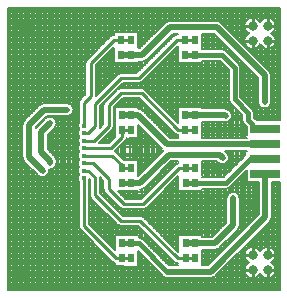
<source format=gbl>
%FSLAX25Y25*%
%MOIN*%
G70*
G01*
G75*
G04 Layer_Physical_Order=3*
%ADD10C,0.01000*%
%ADD11R,0.02800X0.01500*%
%ADD12R,0.03150X0.03150*%
%ADD13R,0.03150X0.03150*%
%ADD14R,0.02300X0.03000*%
%ADD15R,0.05906X0.02362*%
%ADD16R,0.10000X0.03000*%
%ADD17C,0.02000*%
%ADD18C,0.01500*%
%ADD19C,0.03150*%
%ADD20C,0.03150*%
%ADD21C,0.02000*%
%ADD22C,0.01600*%
%ADD23C,0.05000*%
%ADD24C,0.00800*%
%ADD25C,0.01200*%
D10*
X146000Y476500D02*
X158700Y489200D01*
X127800Y468300D02*
X130000Y470500D01*
X127800Y460700D02*
Y468300D01*
X130000Y470500D02*
Y481500D01*
X137700Y489200D01*
X143600D01*
X131200Y455700D02*
X136000Y460500D01*
Y467500D01*
X140000Y471500D01*
X147000D01*
X159300Y459200D01*
X127800Y455700D02*
X131200D01*
X159300Y459200D02*
X164800D01*
X136700Y453200D02*
X140500Y457000D01*
X127800Y453200D02*
X136700D01*
X140500Y457000D02*
Y459200D01*
X143600D01*
X129200Y458200D02*
X131500Y460500D01*
Y468000D01*
X140000Y476500D01*
X127700Y458200D02*
X129200D01*
X140000Y476500D02*
X146000D01*
X158700Y489200D02*
X164800D01*
X137300Y450700D02*
X140460Y447540D01*
Y446500D02*
Y447540D01*
X127700Y450700D02*
X137300D01*
X140460Y446500D02*
X143560D01*
X130800Y448200D02*
X136000Y443000D01*
Y439500D02*
Y443000D01*
Y439500D02*
X141000Y434500D01*
X147500D02*
X159500Y446500D01*
X127700Y448200D02*
X130800D01*
X141000Y434500D02*
X147500D01*
X159500Y446500D02*
X164860D01*
X129300Y445700D02*
X131500Y443500D01*
Y437500D02*
Y443500D01*
Y437500D02*
X140000Y429000D01*
X146500D01*
X159100Y416400D01*
X127700Y445700D02*
X129300D01*
X159100Y416400D02*
X164760D01*
X140560Y416500D02*
X140660Y416400D01*
X127700Y427300D02*
X138500Y416500D01*
X140560D01*
X140660Y416400D02*
X143560D01*
X127700Y427300D02*
Y443200D01*
X181625Y412500D02*
X184000D01*
Y410125D02*
Y412500D01*
X181625Y417500D02*
X184000D01*
X189000Y410125D02*
Y412500D01*
X191375D01*
X184000Y417500D02*
Y419875D01*
X189000Y417500D02*
Y419875D01*
Y417500D02*
X191375D01*
X184000Y486625D02*
Y489000D01*
X181625D02*
X184000D01*
X181625Y494000D02*
X184000D01*
Y496375D01*
X189000Y486625D02*
Y489000D01*
X191375D01*
X189000Y494000D02*
Y496375D01*
Y494000D02*
X191375D01*
D14*
X143600Y484200D02*
D03*
Y489200D02*
D03*
X164800Y464200D02*
D03*
Y459200D02*
D03*
X161600Y464200D02*
D03*
Y459200D02*
D03*
X164800Y484200D02*
D03*
Y489200D02*
D03*
X161600Y484200D02*
D03*
Y489200D02*
D03*
X140500Y464200D02*
D03*
Y459200D02*
D03*
X143600Y464200D02*
D03*
Y459200D02*
D03*
X140300Y484200D02*
D03*
Y489200D02*
D03*
X143560Y421400D02*
D03*
Y416400D02*
D03*
X161660Y421400D02*
D03*
Y416400D02*
D03*
Y441500D02*
D03*
Y446500D02*
D03*
X143560Y441500D02*
D03*
Y446500D02*
D03*
X164760Y421400D02*
D03*
Y416400D02*
D03*
X164860Y441500D02*
D03*
Y446500D02*
D03*
X140460Y441500D02*
D03*
Y446500D02*
D03*
X140560Y421500D02*
D03*
Y416500D02*
D03*
D16*
X188200Y444700D02*
D03*
Y449700D02*
D03*
Y454700D02*
D03*
Y459700D02*
D03*
D17*
Y430200D02*
Y444700D01*
X155500Y412000D02*
X170000D01*
X188200Y430200D01*
X161660Y421400D02*
X171400D01*
X177500Y427500D02*
Y436500D01*
X171400Y421400D02*
X177500Y427500D01*
X140300Y484200D02*
X147200D01*
X188000Y468500D02*
Y477500D01*
X147200Y484200D02*
X156500Y493500D01*
X172000D02*
X188000Y477500D01*
X156500Y493500D02*
X172000D01*
X161600Y464200D02*
X174800D01*
X175000Y464000D01*
X143560Y441500D02*
X146500D01*
X156000Y451000D01*
X173000D02*
X174000Y450000D01*
X156000Y451000D02*
X173000D01*
X155500Y454500D02*
X188000D01*
X188200Y454700D01*
X145800Y464200D02*
X155500Y454500D01*
X140500Y464200D02*
X145800D01*
X113500Y452000D02*
X116500Y449000D01*
X113500Y452000D02*
Y458500D01*
X116500Y448200D02*
Y449000D01*
X113500Y458500D02*
X116500Y461500D01*
X109500Y461000D02*
X114500Y466000D01*
X109500Y450200D02*
Y461000D01*
Y450200D02*
X114000Y445700D01*
X114500Y466000D02*
X122200D01*
D18*
X146000Y421500D02*
X155500Y412000D01*
X140560Y421500D02*
X146000D01*
X161600Y484200D02*
X173800D01*
X185300Y459700D02*
X188200D01*
X182500Y462500D02*
X185300Y459700D01*
X182500Y462500D02*
Y465000D01*
X178000Y469500D02*
X182500Y465000D01*
X178000Y469500D02*
Y480000D01*
X173800Y484200D02*
X178000Y480000D01*
X175000Y441500D02*
X183200Y449700D01*
X188200D01*
X161660Y441500D02*
X175000D01*
X140460D02*
X143560D01*
X187900Y455000D02*
X188200Y454700D01*
D19*
X184000Y417500D02*
D03*
Y494000D02*
D03*
D20*
X189000Y417500D02*
D03*
X184000Y412500D02*
D03*
X189000D02*
D03*
Y494000D02*
D03*
X184000Y489000D02*
D03*
X189000D02*
D03*
D21*
X177500Y436500D02*
D03*
X188000Y468500D02*
D03*
X161660Y446500D02*
D03*
Y441500D02*
D03*
Y416400D02*
D03*
Y421400D02*
D03*
X143560Y416400D02*
D03*
Y421400D02*
D03*
Y441500D02*
D03*
Y446500D02*
D03*
X143600Y464200D02*
D03*
Y489200D02*
D03*
Y484200D02*
D03*
Y459200D02*
D03*
X161600D02*
D03*
Y464200D02*
D03*
Y489200D02*
D03*
Y484200D02*
D03*
X175000Y464000D02*
D03*
X117500Y441500D02*
D03*
X135500Y426500D02*
D03*
X122500Y426405D02*
D03*
X135500Y479000D02*
D03*
X126000Y489000D02*
D03*
X118000Y454500D02*
D03*
X174000Y450000D02*
D03*
X169500Y469500D02*
D03*
Y436500D02*
D03*
X152000Y462500D02*
D03*
X153000Y443500D02*
D03*
X157000Y483000D02*
D03*
Y473000D02*
D03*
X146000Y452500D02*
D03*
X156500Y433000D02*
D03*
X157000Y423000D02*
D03*
X183000Y475000D02*
D03*
Y434000D02*
D03*
X171000Y446000D02*
D03*
D22*
X127800Y460700D02*
D03*
X127700Y458200D02*
D03*
X127800Y455700D02*
D03*
Y453200D02*
D03*
X127700Y450700D02*
D03*
Y448200D02*
D03*
Y445700D02*
D03*
Y443200D02*
D03*
X116500Y461500D02*
D03*
X114000Y445700D02*
D03*
X122200Y466000D02*
D03*
X116500Y448200D02*
D03*
D23*
X107500Y411000D02*
D03*
X108000Y494000D02*
D03*
D24*
X126000Y427300D02*
G03*
X126500Y426096I1700J0D01*
G01*
X126000Y427300D02*
G03*
X126498Y426098I1700J0D01*
G01*
X137298Y415298D02*
G03*
X138210Y414825I1202J1202D01*
G01*
X137296Y415300D02*
G03*
X138210Y414825I1204J1200D01*
G01*
X129800Y437500D02*
G03*
X130300Y436296I1700J0D01*
G01*
X129800Y437500D02*
G03*
X130298Y436298I1700J0D01*
G01*
X107300Y450200D02*
G03*
X107948Y448640I2200J0D01*
G01*
X107300Y450200D02*
G03*
X107944Y448644I2200J0D01*
G01*
X112444Y444144D02*
G03*
X116200Y445700I1556J1556D01*
G01*
X116176Y446024D02*
G03*
X118700Y448200I324J2176D01*
G01*
X134300Y439500D02*
G03*
X134800Y438296I1700J0D01*
G01*
X134300Y439500D02*
G03*
X134798Y438298I1700J0D01*
G01*
X118700Y449000D02*
G03*
X118056Y450556I-2200J0D01*
G01*
X118700Y449000D02*
G03*
X118052Y450560I-2200J0D01*
G01*
X129400Y442146D02*
G03*
X129680Y442916I-1700J1054D01*
G01*
X126139Y444450D02*
G03*
X126000Y442146I1561J-1250D01*
G01*
X126139Y446950D02*
G03*
X126139Y444450I1561J-1250D01*
G01*
Y449450D02*
G03*
X126139Y446950I1561J-1250D01*
G01*
X126191Y452012D02*
G03*
X126139Y449450I1509J-1312D01*
G01*
X126239Y454450D02*
G03*
X126191Y452012I1561J-1250D01*
G01*
X138796Y427800D02*
G03*
X140000Y427300I1204J1200D01*
G01*
X138798Y427798D02*
G03*
X140000Y427300I1202J1202D01*
G01*
X147379Y422879D02*
G03*
X146000Y423450I-1379J-1379D01*
G01*
X147379Y422879D02*
G03*
X146000Y423450I-1379J-1379D01*
G01*
X147702Y430202D02*
G03*
X146500Y430700I-1202J-1202D01*
G01*
X147704Y430200D02*
G03*
X146500Y430700I-1204J-1200D01*
G01*
X139796Y433300D02*
G03*
X141000Y432800I1204J1200D01*
G01*
X139798Y433298D02*
G03*
X141000Y432800I1202J1202D01*
G01*
X147500D02*
G03*
X148702Y433298I0J1700D01*
G01*
X146500Y439300D02*
G03*
X148056Y439944I0J2200D01*
G01*
X146500Y439300D02*
G03*
X148059Y439948I0J2200D01*
G01*
X147500Y432800D02*
G03*
X148704Y433300I0J1700D01*
G01*
X107944Y462556D02*
G03*
X107300Y461000I1556J-1556D01*
G01*
X107948Y462560D02*
G03*
X107300Y461000I1552J-1560D01*
G01*
X118700Y461500D02*
G03*
X114944Y463056I-2200J0D01*
G01*
X118056Y459944D02*
G03*
X118700Y461500I-1556J1556D01*
G01*
X114500Y468200D02*
G03*
X112941Y467552I0J-2200D01*
G01*
X114500Y468200D02*
G03*
X112944Y467556I0J-2200D01*
G01*
X126191Y456888D02*
G03*
X126239Y454450I1609J-1188D01*
G01*
X126191Y459512D02*
G03*
X126191Y456888I1509J-1312D01*
G01*
X126100Y461754D02*
G03*
X126191Y459512I1700J-1054D01*
G01*
X137200Y459296D02*
G03*
X137700Y460500I-1200J1204D01*
G01*
X137202Y459298D02*
G03*
X137700Y460500I-1202J1202D01*
G01*
X122200Y463800D02*
G03*
X124400Y466000I0J2200D01*
G01*
G03*
X122200Y468200I-2200J0D01*
G01*
X126598Y469502D02*
G03*
X126100Y468300I1202J-1202D01*
G01*
X126600Y469504D02*
G03*
X126100Y468300I1200J-1204D01*
G01*
X134798Y468702D02*
G03*
X134300Y467500I1202J-1202D01*
G01*
X134800Y468704D02*
G03*
X134300Y467500I1200J-1204D01*
G01*
X128798Y482702D02*
G03*
X128300Y481500I1202J-1202D01*
G01*
X128800Y482704D02*
G03*
X128300Y481500I1200J-1204D01*
G01*
X137700Y490900D02*
G03*
X136496Y490400I0J-1700D01*
G01*
X137700Y490900D02*
G03*
X136498Y490402I0J-1700D01*
G01*
X141700Y455796D02*
G03*
X142125Y456500I-1200J1204D01*
G01*
X141702Y455798D02*
G03*
X142125Y456500I-1202J1202D01*
G01*
X140000Y473200D02*
G03*
X138796Y472700I0J-1700D01*
G01*
X140000Y473200D02*
G03*
X138798Y472702I0J-1700D01*
G01*
X140000Y478200D02*
G03*
X138796Y477700I0J-1700D01*
G01*
X140000Y478200D02*
G03*
X138798Y477702I0J-1700D01*
G01*
X147356Y465756D02*
G03*
X145950Y466395I-1556J-1556D01*
G01*
X147360Y465752D02*
G03*
X145950Y466395I-1560J-1552D01*
G01*
X148202Y472702D02*
G03*
X147000Y473200I-1202J-1202D01*
G01*
X148204Y472700D02*
G03*
X147000Y473200I-1204J-1200D01*
G01*
X146000Y474800D02*
G03*
X147204Y475300I0J1700D01*
G01*
X146000Y474800D02*
G03*
X147202Y475298I0J1700D01*
G01*
X147200Y482000D02*
G03*
X148756Y482644I0J2200D01*
G01*
X147200Y482000D02*
G03*
X148759Y482648I0J2200D01*
G01*
X153401Y411341D02*
G03*
X155500Y409800I2099J659D01*
G01*
X157896Y415200D02*
G03*
X159100Y414700I1204J1200D01*
G01*
X157898Y415198D02*
G03*
X159100Y414700I1202J1202D01*
G01*
X170000Y409800D02*
G03*
X171556Y410444I0J2200D01*
G01*
X170000Y409800D02*
G03*
X171560Y410448I0J2200D01*
G01*
X171400Y419200D02*
G03*
X172956Y419844I0J2200D01*
G01*
X171400Y419200D02*
G03*
X172959Y419848I0J2200D01*
G01*
X159310Y448189D02*
G03*
X158296Y447700I190J-1689D01*
G01*
X159310Y448189D02*
G03*
X158298Y447702I190J-1689D01*
G01*
X175000Y439550D02*
G03*
X176379Y440121I0J1950D01*
G01*
X172444Y448444D02*
G03*
X176200Y450000I1556J1556D01*
G01*
X172441Y448448D02*
G03*
X176200Y450000I1560J1552D01*
G01*
G03*
X175552Y451559I-2200J0D01*
G01*
X176200Y450000D02*
G03*
X175556Y451556I-2200J0D01*
G01*
X182796Y415000D02*
G03*
X186500Y411296I1204J-2500D01*
G01*
X186500Y418704D02*
G03*
X182796Y415000I-2500J-1204D01*
G01*
X186500Y411296D02*
G03*
X191775Y412500I2500J1204D01*
G01*
G03*
X190204Y415000I-2775J0D01*
G01*
G03*
X191775Y417500I-1204J2500D01*
G01*
G03*
X186500Y418704I-2775J0D01*
G01*
X179052Y425941D02*
G03*
X179700Y427500I-1552J1560D01*
G01*
X179056Y425944D02*
G03*
X179700Y427500I-1556J1556D01*
G01*
Y436500D02*
G03*
X175300Y436500I-2200J0D01*
G01*
X179700D02*
G03*
X175300Y436500I-2200J0D01*
G01*
X175000Y439550D02*
G03*
X176379Y440121I0J1950D01*
G01*
X189752Y428641D02*
G03*
X190400Y430200I-1552J1560D01*
G01*
X189756Y428644D02*
G03*
X190400Y430200I-1556J1556D01*
G01*
X158098Y457998D02*
G03*
X159250Y457501I1202J1202D01*
G01*
X158096Y458000D02*
G03*
X159250Y457501I1204J1200D01*
G01*
X174083Y462000D02*
G03*
X177200Y464000I917J2000D01*
G01*
X174083Y462000D02*
G03*
X177200Y464000I917J2000D01*
G01*
G03*
X176552Y465559I-2200J0D01*
G01*
X176356Y465756D02*
G03*
X174800Y466400I-1556J-1556D01*
G01*
X176359Y465752D02*
G03*
X174800Y466400I-1560J-1552D01*
G01*
X177200Y464000D02*
G03*
X176556Y465556I-2200J0D01*
G01*
X176050Y469500D02*
G03*
X176621Y468121I1950J0D01*
G01*
X176050Y469500D02*
G03*
X176621Y468121I1950J0D01*
G01*
X156500Y495700D02*
G03*
X154940Y495052I0J-2200D01*
G01*
X156500Y495700D02*
G03*
X154944Y495056I0J-2200D01*
G01*
X158700Y490900D02*
G03*
X157496Y490400I0J-1700D01*
G01*
X158700Y490900D02*
G03*
X157498Y490402I0J-1700D01*
G01*
X175179Y485579D02*
G03*
X173800Y486150I-1379J-1379D01*
G01*
X175179Y485579D02*
G03*
X173800Y486150I-1379J-1379D01*
G01*
X173556Y495056D02*
G03*
X172000Y495700I-1556J-1556D01*
G01*
X173559Y495052D02*
G03*
X172000Y495700I-1560J-1552D01*
G01*
X180550Y462500D02*
G03*
X181121Y461121I1950J0D01*
G01*
X180550Y462500D02*
G03*
X181121Y461121I1950J0D01*
G01*
X179950Y480000D02*
G03*
X179379Y481379I-1950J0D01*
G01*
X179950Y480000D02*
G03*
X179379Y481379I-1950J0D01*
G01*
X184450Y465000D02*
G03*
X183879Y466379I-1950J0D01*
G01*
X184450Y465000D02*
G03*
X183879Y466379I-1950J0D01*
G01*
X185800Y468500D02*
G03*
X190200Y468500I2200J0D01*
G01*
X185800D02*
G03*
X190200Y468500I2200J0D01*
G01*
Y477500D02*
G03*
X189556Y479056I-2200J0D01*
G01*
X190200Y477500D02*
G03*
X189552Y479060I-2200J0D01*
G01*
X182796Y491500D02*
G03*
X186500Y487796I1204J-2500D01*
G01*
X186500Y495204D02*
G03*
X182796Y491500I-2500J-1204D01*
G01*
X186500Y487796D02*
G03*
X191775Y489000I2500J1204D01*
G01*
G03*
X190204Y491500I-2775J0D01*
G01*
G03*
X191775Y494000I-1204J2500D01*
G01*
G03*
X186500Y495204I-2775J0D01*
G01*
X102500Y421600D02*
X130996D01*
X102500Y422400D02*
X130196D01*
X128800Y406000D02*
Y423796D01*
X102500Y424000D02*
X128596D01*
X102500Y423200D02*
X129396D01*
X102500Y424800D02*
X127796D01*
X102500Y425600D02*
X126996D01*
X126400Y406000D02*
Y426205D01*
X127200Y406000D02*
Y425396D01*
X128000Y406000D02*
Y424596D01*
X102500Y414400D02*
X138210D01*
X102500Y415200D02*
X137405D01*
X102500Y416000D02*
X136596D01*
X102500Y417600D02*
X134996D01*
X102500Y416800D02*
X135796D01*
X102500Y418400D02*
X134196D01*
X102500Y420000D02*
X132596D01*
X102500Y419200D02*
X133396D01*
X126500Y426096D02*
X137296Y415300D01*
X102500Y420800D02*
X131796D01*
X129400Y428004D02*
X138210Y419194D01*
X102500Y427200D02*
X126003D01*
X102500Y428000D02*
X126000D01*
X102500Y428800D02*
X126000D01*
X102500Y429600D02*
X126000D01*
X102500Y430400D02*
X126000D01*
X102500Y431200D02*
X126000D01*
X102500Y432000D02*
X126000D01*
X102500Y432800D02*
X126000D01*
X102500Y433600D02*
X126000D01*
X102500Y434400D02*
X126000D01*
X102500Y435200D02*
X126000D01*
X102500Y426400D02*
X126258D01*
X129400Y428800D02*
X137796D01*
X129400Y429600D02*
X136996D01*
X129400Y431200D02*
X135396D01*
X129400Y430400D02*
X136196D01*
X102500Y436000D02*
X126000D01*
X102500Y436800D02*
X126000D01*
X102500Y437600D02*
X126000D01*
X129400Y432000D02*
X134596D01*
X102500Y438400D02*
X126000D01*
X129400Y432800D02*
X133796D01*
X133600Y406000D02*
Y418996D01*
X134400Y406000D02*
Y418196D01*
X135200Y406000D02*
Y417396D01*
X136000Y406000D02*
Y416596D01*
X136800Y406000D02*
Y415796D01*
X129600Y406000D02*
Y422996D01*
X130400Y406000D02*
Y422196D01*
X131200Y406000D02*
Y421396D01*
X132000Y406000D02*
Y420596D01*
X132800Y406000D02*
Y419796D01*
X136000Y421404D02*
Y430596D01*
X137600Y406000D02*
Y415058D01*
X138400Y406000D02*
Y413800D01*
X138210D02*
Y414825D01*
X137404Y420000D02*
X138210D01*
X136604Y420800D02*
X138210D01*
X135804Y421600D02*
X138210D01*
X135004Y422400D02*
X138210D01*
Y419200D02*
Y424200D01*
X136800Y420604D02*
Y429796D01*
X137600Y419804D02*
Y428996D01*
X129400Y433600D02*
X132996D01*
X129400Y434400D02*
X132196D01*
X133600Y423804D02*
Y432996D01*
X132000Y425404D02*
Y434596D01*
X132800Y424604D02*
Y433796D01*
X129400Y435200D02*
X131396D01*
X129400Y436000D02*
X130596D01*
X131200Y426204D02*
Y435396D01*
X130400Y427004D02*
Y436196D01*
X135200Y422204D02*
Y431396D01*
X134400Y423004D02*
Y432196D01*
X134204Y423200D02*
X138210D01*
X137600Y433804D02*
Y435496D01*
X135404Y436000D02*
X137096D01*
X136204Y435200D02*
X137896D01*
X134604Y436800D02*
X136296D01*
X133200Y438400D02*
X134704D01*
X133804Y437600D02*
X135496D01*
X136800Y434604D02*
Y436296D01*
X135200Y436204D02*
Y437896D01*
X136000Y435404D02*
Y437096D01*
X102500Y406000D02*
Y500000D01*
X108000Y406000D02*
Y448589D01*
X108800Y406000D02*
Y447789D01*
X109600Y406000D02*
Y446989D01*
X110400Y406000D02*
Y446189D01*
X103200Y406000D02*
Y500000D01*
X104000Y406000D02*
Y500000D01*
X104800Y406000D02*
Y500000D01*
X105600Y406000D02*
Y500000D01*
X106400Y406000D02*
Y500000D01*
X107200Y406000D02*
Y500000D01*
X102500Y439200D02*
X126000D01*
X102500Y440000D02*
X126000D01*
X102500Y440800D02*
X126000D01*
X113600Y406000D02*
Y443537D01*
X102500Y441600D02*
X126000D01*
X102500Y442400D02*
X125867D01*
X111200Y406000D02*
Y445389D01*
X112000Y406000D02*
Y444589D01*
X112800Y406000D02*
Y443856D01*
X114400Y406000D02*
Y443537D01*
X115200Y406000D02*
Y443856D01*
X116000Y406000D02*
Y444783D01*
X102500Y447200D02*
X109389D01*
X102500Y448000D02*
X108589D01*
X102500Y448800D02*
X107803D01*
X102500Y449600D02*
X107383D01*
X102500Y450400D02*
X107300D01*
X102500Y451200D02*
X107300D01*
X102500Y452000D02*
X107300D01*
X102500Y452800D02*
X107300D01*
Y450200D02*
Y461000D01*
X102500Y443200D02*
X125700D01*
X102500Y444800D02*
X111789D01*
X102500Y444000D02*
X112604D01*
X115396D02*
X125867D01*
X102500Y445600D02*
X110989D01*
X116007Y444800D02*
X125914D01*
X102500Y446400D02*
X110189D01*
X107948Y448640D02*
X112444Y444144D01*
X116198Y445600D02*
X125703D01*
X115700Y452911D02*
X118052Y450560D01*
X116800Y406000D02*
Y446021D01*
X117600Y406000D02*
Y446295D01*
X118400Y406000D02*
Y447091D01*
X119200Y406000D02*
Y463800D01*
X120000Y406000D02*
Y463800D01*
X120800Y406000D02*
Y463800D01*
X121600Y406000D02*
Y463800D01*
X122400Y406000D02*
Y463809D01*
X123200Y406000D02*
Y464040D01*
X124000Y406000D02*
Y464735D01*
X124800Y406000D02*
Y500000D01*
X126000Y427300D02*
Y442146D01*
X129400Y428004D02*
Y442146D01*
X133200Y439200D02*
X134327D01*
X134400Y437004D02*
Y438926D01*
X125600Y406000D02*
Y500000D01*
X129600Y427804D02*
Y442576D01*
X129800Y437500D02*
Y442796D01*
X133600Y437804D02*
Y442996D01*
X133200Y438204D02*
Y443396D01*
X134300Y439500D02*
Y442296D01*
X117765Y446400D02*
X125827D01*
X118197Y450400D02*
X125723D01*
X118460Y447200D02*
X125968D01*
X118691Y448000D02*
X125710D01*
X118617Y449600D02*
X126030D01*
X117411Y451200D02*
X125763D01*
X116800Y451811D02*
Y458689D01*
X117600Y451011D02*
Y459489D01*
X118400Y450109D02*
Y460391D01*
X133200Y440000D02*
X134300D01*
X133200Y440800D02*
X134300D01*
X133200Y441600D02*
X134300D01*
X133200Y442400D02*
X134196D01*
X133200Y443396D02*
X134300Y442296D01*
X116611Y452000D02*
X126180D01*
X139200Y406000D02*
Y413800D01*
X141210Y413700D02*
X145910D01*
X141600Y406000D02*
Y413700D01*
X142400Y406000D02*
Y413700D01*
X143200Y406000D02*
Y413700D01*
X138210Y413800D02*
X141210D01*
X133404Y424000D02*
X138210D01*
Y424200D02*
X142910D01*
X140000Y406000D02*
Y413800D01*
X138400Y424200D02*
Y428196D01*
X140800Y406000D02*
Y413800D01*
X102500Y406000D02*
X193000D01*
X102500Y406400D02*
X193000D01*
X102500Y407200D02*
X193000D01*
X102500Y408000D02*
X193000D01*
X102500Y408800D02*
X193000D01*
X102500Y409600D02*
X193000D01*
X102500Y411200D02*
X153451D01*
X102500Y410400D02*
X153990D01*
X102500Y412000D02*
X152742D01*
X102500Y413600D02*
X151142D01*
X102500Y412800D02*
X151942D01*
X139200Y424200D02*
Y427500D01*
X140000Y424200D02*
Y427300D01*
X140800Y424200D02*
Y427300D01*
X141600Y424200D02*
Y427300D01*
X142400Y424200D02*
Y427300D01*
X129404Y428000D02*
X138596D01*
X138604Y432800D02*
X141000D01*
X140800Y430700D02*
Y432812D01*
X141600Y430700D02*
Y432800D01*
X131804Y425600D02*
X147496D01*
X130204Y427200D02*
X145896D01*
X131004Y426400D02*
X146696D01*
X142910Y424100D02*
X145910D01*
X143200D02*
Y427300D01*
X132604Y424800D02*
X148296D01*
X140000Y427300D02*
X145796D01*
X140204Y431200D02*
X175300D01*
X139404Y432000D02*
X175300D01*
X140704Y430700D02*
X146500D01*
X142400D02*
Y432800D01*
X143200Y430700D02*
Y432800D01*
X144000Y406000D02*
Y413700D01*
X144800Y406000D02*
Y413700D01*
X145600Y406000D02*
Y413700D01*
X148800Y406000D02*
Y415942D01*
X145910Y416000D02*
X148742D01*
X145910Y413700D02*
Y418700D01*
Y417600D02*
X147142D01*
X145910Y416800D02*
X147942D01*
X146400Y406000D02*
Y418342D01*
X147200Y406000D02*
Y417542D01*
X148000Y406000D02*
Y416742D01*
X145910Y418832D02*
X153401Y411341D01*
X145910Y415200D02*
X149542D01*
X145910Y414400D02*
X150342D01*
X149600Y406000D02*
Y415142D01*
X150400Y406000D02*
Y414342D01*
X151200Y406000D02*
Y413542D01*
X147379Y422879D02*
X156058Y414200D01*
X145796Y427300D02*
X157896Y415200D01*
X147704Y430200D02*
X159310Y418594D01*
X151200Y419058D02*
Y421896D01*
X150258Y420000D02*
X153096D01*
X151058Y419200D02*
X153896D01*
X148800Y421458D02*
Y424296D01*
X147200Y423037D02*
Y425896D01*
X148000Y422258D02*
Y425096D01*
X144000Y424100D02*
Y427300D01*
X144800Y424100D02*
Y427300D01*
X145600Y424100D02*
Y427300D01*
X146400Y423409D02*
Y426696D01*
X148658Y421600D02*
X151496D01*
X146955Y423200D02*
X149896D01*
X147858Y422400D02*
X150696D01*
X150400Y419858D02*
Y422696D01*
X149600Y420658D02*
Y423496D01*
X149458Y420800D02*
X152296D01*
X149104Y428800D02*
X175300D01*
X148304Y429600D02*
X175300D01*
X147464Y430400D02*
X175300D01*
X151504Y426400D02*
X173289D01*
X150704Y427200D02*
X174089D01*
X149904Y428000D02*
X174889D01*
X139200Y432204D02*
Y433896D01*
X137804Y433600D02*
X139496D01*
X140000Y431404D02*
Y433125D01*
X130300Y436296D02*
X138796Y427800D01*
X134800Y438296D02*
X139796Y433300D01*
X133200Y438204D02*
X140704Y430700D01*
X138400Y433004D02*
Y434696D01*
X137004Y434400D02*
X138696D01*
X139104Y438800D02*
X141704Y436200D01*
X141000Y432800D02*
X147500D01*
X141704Y436200D02*
X146796D01*
X141000Y432800D02*
X147500D01*
X144000Y430700D02*
Y432800D01*
X144800Y430700D02*
Y432800D01*
X145600Y430700D02*
Y432800D01*
X142400Y436200D02*
Y438800D01*
X141600Y436304D02*
Y438800D01*
X141104Y436800D02*
X147396D01*
X143200Y436200D02*
Y438800D01*
X144000Y436200D02*
Y438800D01*
X144800Y436200D02*
Y438800D01*
X140000Y437904D02*
Y438800D01*
X139104D02*
X141210D01*
X140800Y437104D02*
Y438800D01*
X141210D02*
X142810D01*
X141210D02*
X142810D01*
X138504Y451900D02*
X141204Y449200D01*
X139200Y451204D02*
Y453296D01*
X138103Y452199D02*
X141700Y455796D01*
X141600Y449200D02*
Y455696D01*
X140000Y450404D02*
Y454096D01*
X140800Y449604D02*
Y454896D01*
X140304Y437600D02*
X148196D01*
X141210Y449200D02*
X142810D01*
X139504Y438400D02*
X148996D01*
X142810Y438800D02*
X145910D01*
X141210Y449200D02*
X142810D01*
X145910D01*
X140804Y449600D02*
X151489D01*
X140004Y450400D02*
X152289D01*
X139204Y451200D02*
X153089D01*
X143200Y449200D02*
Y456500D01*
X144000Y449200D02*
Y456500D01*
X144800Y449200D02*
Y456500D01*
X147200Y430549D02*
Y432800D01*
X146400Y430700D02*
Y432800D01*
X148800Y429104D02*
Y433396D01*
X148000Y429904D02*
Y432875D01*
X145600Y436200D02*
Y438800D01*
X147200Y436604D02*
Y439414D01*
X148000Y437404D02*
Y439891D01*
X149600Y428304D02*
Y434196D01*
X147500Y432800D02*
X175300D01*
X149004Y433600D02*
X175300D01*
X150400Y427504D02*
Y434996D01*
X149804Y434400D02*
X175300D01*
X150604Y435200D02*
X175300D01*
X148704Y433300D02*
X159310Y443906D01*
X148800Y438204D02*
Y440689D01*
X146796Y436200D02*
X158296Y447700D01*
X151200Y426704D02*
Y435796D01*
X149600Y439004D02*
Y441489D01*
X151404Y436000D02*
X175300D01*
X145910Y445600D02*
X147489D01*
X145910Y446400D02*
X148289D01*
X145910Y444200D02*
Y449200D01*
Y447200D02*
X149089D01*
X145910Y448000D02*
X149889D01*
X146400Y444511D02*
Y460489D01*
X145600Y449200D02*
Y456500D01*
X147200Y445311D02*
Y459689D01*
X148000Y446111D02*
Y458889D01*
X148800Y446911D02*
Y458089D01*
X149600Y447711D02*
Y457289D01*
X148111Y440000D02*
X150596D01*
X148911Y440800D02*
X151396D01*
X149711Y441600D02*
X152196D01*
X150400Y439804D02*
Y442289D01*
X151200Y440604D02*
Y443089D01*
X150511Y442400D02*
X152996D01*
X148059Y439948D02*
X156911Y448800D01*
X145910D02*
X150689D01*
X145910Y444021D02*
X154440Y452552D01*
X151311Y443200D02*
X153796D01*
X150400Y448511D02*
Y456489D01*
X151200Y449311D02*
Y455689D01*
X102500Y453600D02*
X107300D01*
X102500Y454400D02*
X107300D01*
X102500Y455200D02*
X107300D01*
X102500Y456000D02*
X107300D01*
X102500Y456800D02*
X107300D01*
X102500Y457600D02*
X107300D01*
X102500Y458400D02*
X107300D01*
X102500Y459200D02*
X107300D01*
X115700Y452911D02*
Y457589D01*
X102500Y460000D02*
X107300D01*
X111700Y460089D02*
X115411Y463800D01*
X115700Y453600D02*
X125840D01*
X115700Y454400D02*
X126200D01*
X115811Y452800D02*
X125840D01*
X115700Y455200D02*
X125864D01*
X115700Y456000D02*
X125823D01*
X115700Y456800D02*
X126130D01*
X115700Y457589D02*
X118056Y459944D01*
X115711Y457600D02*
X125792D01*
X116000Y452611D02*
Y457889D01*
X116511Y458400D02*
X125710D01*
X117311Y459200D02*
X125968D01*
X102500Y460800D02*
X107300D01*
X102500Y461600D02*
X107383D01*
X102500Y462400D02*
X107803D01*
X102500Y463200D02*
X108589D01*
X102500Y464000D02*
X109389D01*
X102500Y464800D02*
X110189D01*
X102500Y465600D02*
X110989D01*
X102500Y466400D02*
X111789D01*
X102500Y467200D02*
X112589D01*
X111948Y460059D02*
X114944Y463056D01*
X117896Y463200D02*
X126100D01*
X118109Y460000D02*
X125926D01*
X118586Y460800D02*
X125803D01*
X107948Y462560D02*
X112941Y467552D01*
X102500Y468000D02*
X113584D01*
X115411Y463800D02*
X122200D01*
X114500Y468200D02*
X122200D01*
X132804Y454900D02*
X135996D01*
X133104Y455200D02*
X136296D01*
X134400Y454900D02*
Y456496D01*
X135200Y454900D02*
Y457296D01*
X133137Y460041D02*
X134300Y461204D01*
X136000Y454904D02*
Y458096D01*
X133200Y460500D02*
Y467296D01*
X133600Y460504D02*
Y467696D01*
X133904Y456000D02*
X137096D01*
X134704Y456800D02*
X137896D01*
X135504Y457600D02*
X138150D01*
X135996Y454900D02*
X138150Y457054D01*
X136800Y455704D02*
Y458896D01*
X136304Y458400D02*
X138150D01*
X132804Y454900D02*
X137200Y459296D01*
X137104Y459200D02*
X138150D01*
X137600Y456504D02*
Y459926D01*
X138150Y457054D02*
Y461500D01*
X118508Y462400D02*
X126100D01*
X118400Y462609D02*
Y463800D01*
X118698Y461600D02*
X126014D01*
X123117Y464000D02*
X126100D01*
X124044Y464800D02*
X126100D01*
X124044Y467200D02*
X126100D01*
Y461754D02*
Y468300D01*
X124363Y465600D02*
X126100D01*
X124363Y466400D02*
X126100D01*
X133200Y461600D02*
X134300D01*
X133200Y462400D02*
X134300D01*
X133200Y463200D02*
X134300D01*
X133200Y464000D02*
X134300D01*
X133200Y464800D02*
X134300D01*
X133200Y465600D02*
X134300D01*
X133200Y466400D02*
X134300D01*
X123117Y468000D02*
X126100D01*
X133200Y467200D02*
X134300D01*
X137700Y460500D02*
Y466796D01*
X134300Y461204D02*
Y467500D01*
X138150Y461900D02*
Y466900D01*
X108000Y462611D02*
Y500000D01*
X108800Y463411D02*
Y500000D01*
X109600Y464211D02*
Y500000D01*
X110400Y465011D02*
Y500000D01*
X111200Y465811D02*
Y500000D01*
X112000Y466611D02*
Y500000D01*
X112800Y467411D02*
Y500000D01*
X113600Y468008D02*
Y500000D01*
X114400Y468198D02*
Y500000D01*
X115200Y468200D02*
Y500000D01*
X116000Y468200D02*
Y500000D01*
X102500Y468800D02*
X126175D01*
X102500Y469600D02*
X126696D01*
X102500Y470400D02*
X127496D01*
X116800Y468200D02*
Y500000D01*
X102500Y471200D02*
X128296D01*
X102500Y472000D02*
X128300D01*
X117600Y468200D02*
Y500000D01*
X118400Y468200D02*
Y500000D01*
X119200Y468200D02*
Y500000D01*
X120000Y468200D02*
Y500000D01*
X120800Y468200D02*
Y500000D01*
X121600Y468200D02*
Y500000D01*
X102500Y472800D02*
X128300D01*
X102500Y473600D02*
X128300D01*
X102500Y474400D02*
X128300D01*
X102500Y475200D02*
X128300D01*
X102500Y476000D02*
X128300D01*
X102500Y476800D02*
X128300D01*
X102500Y477600D02*
X128300D01*
X102500Y478400D02*
X128300D01*
X102500Y479200D02*
X128300D01*
X102500Y480000D02*
X128300D01*
X102500Y480800D02*
X128300D01*
X102500Y481600D02*
X128303D01*
X102500Y482400D02*
X128558D01*
X102500Y483200D02*
X129296D01*
X102500Y484000D02*
X130096D01*
X102500Y484800D02*
X130896D01*
X102500Y485600D02*
X131696D01*
X102500Y486400D02*
X132496D01*
X102500Y487200D02*
X133296D01*
X102500Y488000D02*
X134096D01*
X102500Y488800D02*
X134896D01*
X102500Y489600D02*
X135696D01*
X102500Y490400D02*
X136496D01*
X126600Y469504D02*
X128300Y471204D01*
Y481500D01*
X131700Y470604D02*
Y480796D01*
X124000Y467265D02*
Y500000D01*
X122400Y468191D02*
Y500000D01*
X123200Y467960D02*
Y500000D01*
X126400Y469264D02*
Y500000D01*
X127200Y470104D02*
Y500000D01*
X128000Y470904D02*
Y500000D01*
X131700Y472000D02*
X133096D01*
X131700Y472800D02*
X133896D01*
X131700Y473600D02*
X134696D01*
X131700Y474400D02*
X135496D01*
X132000Y470904D02*
Y481096D01*
X132800Y471704D02*
Y481896D01*
X131700Y475200D02*
X136296D01*
X133600Y472504D02*
Y482696D01*
X134400Y473304D02*
Y483496D01*
X135200Y474104D02*
Y484296D01*
X128800Y482704D02*
Y500000D01*
X129600Y483504D02*
Y500000D01*
X130400Y484304D02*
Y500000D01*
X131200Y485104D02*
Y500000D01*
X132000Y485904D02*
Y500000D01*
X132800Y486704D02*
Y500000D01*
X133600Y487504D02*
Y500000D01*
X134400Y488304D02*
Y500000D01*
X135200Y489104D02*
Y500000D01*
X131700Y476000D02*
X137096D01*
X131700Y476800D02*
X137896D01*
X131700Y480796D02*
X137950Y487046D01*
X136000Y474904D02*
Y485096D01*
X136800Y475704D02*
Y485896D01*
X137600Y476504D02*
Y486696D01*
X128800Y482704D02*
X136496Y490400D01*
X136000Y489904D02*
Y500000D01*
X136800Y490642D02*
Y500000D01*
X137600Y490897D02*
Y500000D01*
X138150Y466900D02*
X141250D01*
X139200D02*
Y468296D01*
X141250Y466900D02*
X142850D01*
X137700Y466796D02*
X140704Y469800D01*
X140000Y466900D02*
Y469096D01*
X133200Y467296D02*
X140704Y474800D01*
X140800Y466900D02*
Y469800D01*
X141600Y466900D02*
Y469800D01*
X142400Y466900D02*
Y469800D01*
X139504Y453600D02*
X153289D01*
X140304Y454400D02*
X152489D01*
X141104Y455200D02*
X151689D01*
X142850Y456500D02*
X145950D01*
X141875Y456000D02*
X150889D01*
X141250Y466900D02*
X142850D01*
X145950D01*
X138104Y467200D02*
X148896D01*
X143200Y466900D02*
Y469800D01*
X144000Y466900D02*
Y469800D01*
X144800Y466900D02*
Y469800D01*
X134800Y468704D02*
X138796Y472700D01*
X140000Y473200D02*
Y474096D01*
X140800Y473200D02*
Y474800D01*
X131700Y470604D02*
X138796Y477700D01*
X131700Y477600D02*
X138696D01*
X141600Y473200D02*
Y474800D01*
X142400Y473200D02*
Y474800D01*
X138904Y468000D02*
X148096D01*
X139704Y468800D02*
X147296D01*
X139504Y473600D02*
X176050D01*
X140504Y469600D02*
X146496D01*
X140704Y469800D02*
X146296D01*
X140000Y473200D02*
X147000D01*
X140304Y474400D02*
X176050D01*
X140000Y478200D02*
X145296D01*
X140704Y474800D02*
X146000D01*
X143200Y473200D02*
Y474800D01*
X144000Y473200D02*
Y474800D01*
X144800Y473200D02*
Y474800D01*
X145950Y456800D02*
X150089D01*
X145950Y457600D02*
X149289D01*
X145950Y458400D02*
X148489D01*
X145950Y460000D02*
X146889D01*
X145950Y459200D02*
X147689D01*
X145950Y456500D02*
Y460939D01*
X149600Y463511D02*
Y466496D01*
X148000Y465111D02*
Y468096D01*
X148800Y464311D02*
Y467296D01*
X145950Y460939D02*
X153940Y452948D01*
X149111Y464000D02*
X152096D01*
X149911Y463200D02*
X152896D01*
X151511Y461600D02*
X154496D01*
X151200Y461911D02*
Y464896D01*
X150711Y462400D02*
X153696D01*
X147360Y465752D02*
X156411Y456700D01*
X147511Y465600D02*
X150496D01*
X146296Y469800D02*
X158096Y458000D01*
X148204Y472700D02*
X159250Y461654D01*
X150400Y462711D02*
Y465696D01*
X148311Y464800D02*
X151296D01*
X146400Y466317D02*
Y469696D01*
X145600Y466900D02*
Y469800D01*
X147200Y465897D02*
Y468896D01*
X145600Y473200D02*
Y474800D01*
X148000Y472875D02*
Y476096D01*
X146400Y473200D02*
Y474848D01*
X147200Y473188D02*
Y475296D01*
X149704Y471200D02*
X176050D01*
X148904Y472000D02*
X176050D01*
X148096Y472800D02*
X176050D01*
X152104Y468800D02*
X176180D01*
X151304Y469600D02*
X176050D01*
X150504Y470400D02*
X176050D01*
X148800Y472104D02*
Y476896D01*
X147096Y475200D02*
X176050D01*
X147904Y476000D02*
X176050D01*
X149600Y471304D02*
Y477696D01*
X148704Y476800D02*
X176050D01*
X149504Y477600D02*
X176050D01*
X132504Y481600D02*
X137950D01*
X133304Y482400D02*
X137950D01*
X138400Y477304D02*
Y481500D01*
X139200Y478000D02*
Y481500D01*
X140000Y478200D02*
Y481500D01*
X134104Y483200D02*
X137950D01*
X134904Y484000D02*
X137950D01*
X135704Y484800D02*
X137950D01*
Y481500D02*
Y486500D01*
X136504Y485600D02*
X137950D01*
Y490900D02*
Y491900D01*
X131700Y478400D02*
X145496D01*
X131700Y479200D02*
X146296D01*
X131700Y480000D02*
X147096D01*
X140800Y478200D02*
Y481500D01*
X137950D02*
X141250D01*
X131704Y480800D02*
X147896D01*
X141600Y478200D02*
Y481500D01*
X141250D02*
X142650D01*
X141250D02*
X142650D01*
X142400Y478200D02*
Y481500D01*
X143200Y478200D02*
Y481500D01*
X142650D02*
X145950D01*
X102500Y491200D02*
X137950D01*
Y491900D02*
X141250D01*
X138400D02*
Y500000D01*
X141250Y491900D02*
X142650D01*
X141250D02*
X142650D01*
X139200D02*
Y500000D01*
X140000Y491900D02*
Y500000D01*
X140800Y491900D02*
Y500000D01*
X141600Y491900D02*
Y500000D01*
X142400Y491900D02*
Y500000D01*
X143200Y491900D02*
Y500000D01*
X102500Y492000D02*
X151889D01*
X102500Y492800D02*
X152689D01*
X102500Y493600D02*
X153489D01*
X142650Y491900D02*
X145950D01*
X102500Y494400D02*
X154289D01*
X102500Y495200D02*
X155104D01*
X102500Y496000D02*
X182077D01*
X102500Y496800D02*
X193000D01*
X102500Y497600D02*
X193000D01*
X102500Y498400D02*
X193000D01*
X102500Y499200D02*
X193000D01*
X102500Y500000D02*
X193000D01*
X144000Y478200D02*
Y481500D01*
X144800Y478200D02*
Y481500D01*
X145600Y478504D02*
Y481500D01*
X146400Y479304D02*
Y482000D01*
X147200Y480104D02*
Y482000D01*
X145950D02*
X147200D01*
X148000Y480904D02*
Y482151D01*
X148800Y481704D02*
Y482689D01*
X148465Y482400D02*
X149496D01*
X150400Y470504D02*
Y478496D01*
X149311Y483200D02*
X150296D01*
X150304Y478400D02*
X176050D01*
X151200Y469704D02*
Y479296D01*
X151904Y480000D02*
X175242D01*
X151104Y479200D02*
X176042D01*
X147204Y475300D02*
X159250Y487346D01*
X145296Y478200D02*
X157496Y490400D01*
X148759Y482648D02*
X157411Y491300D01*
X149600Y482504D02*
Y483489D01*
X150400Y483304D02*
Y484289D01*
X150111Y484000D02*
X151096D01*
X145950Y487200D02*
X147089D01*
X144000Y491900D02*
Y500000D01*
X145950Y486900D02*
Y491900D01*
Y488000D02*
X147889D01*
X145950Y488800D02*
X148689D01*
X146400Y486511D02*
Y500000D01*
X144800Y491900D02*
Y500000D01*
X145600Y491900D02*
Y500000D01*
X147200Y487311D02*
Y500000D01*
X148000Y488111D02*
Y500000D01*
X148800Y488911D02*
Y500000D01*
X150911Y484800D02*
X151896D01*
X145950Y489600D02*
X149489D01*
X145950Y490400D02*
X150289D01*
X151200Y484104D02*
Y485089D01*
X152000Y484904D02*
Y485889D01*
X151711Y485600D02*
X152696D01*
X146289Y486400D02*
X154940Y495052D01*
X149600Y489711D02*
Y500000D01*
X145950Y491200D02*
X151089D01*
X150400Y490511D02*
Y500000D01*
X151200Y491311D02*
Y500000D01*
X152000Y492111D02*
Y500000D01*
X154400Y406000D02*
Y410095D01*
X155200Y406000D02*
Y409821D01*
X156000Y406000D02*
Y409800D01*
X156800Y406000D02*
Y409800D01*
X157600Y406000D02*
Y409800D01*
X152000Y406000D02*
Y412742D01*
X152800Y406000D02*
Y411942D01*
X153600Y406000D02*
Y410891D01*
X156000Y414258D02*
Y417096D01*
X156800Y414200D02*
Y416296D01*
X158400Y406000D02*
Y409800D01*
X159200Y406000D02*
Y409800D01*
X160000Y406000D02*
Y409800D01*
X160800Y406000D02*
Y409800D01*
X161600Y406000D02*
Y409800D01*
X155500D02*
X170000D01*
X157600Y414200D02*
Y415496D01*
X156058Y414200D02*
X159310D01*
X162400Y406000D02*
Y409800D01*
X163200Y406000D02*
Y409800D01*
X164000Y406000D02*
Y409800D01*
X153458Y416800D02*
X156296D01*
X152658Y417600D02*
X155496D01*
X154258Y416000D02*
X157096D01*
X155058Y415200D02*
X157896D01*
X152800Y417458D02*
Y420296D01*
X152000Y418258D02*
Y421096D01*
X151858Y418400D02*
X154696D01*
X155200Y415058D02*
Y417896D01*
X153600Y416658D02*
Y419496D01*
X154400Y415858D02*
Y418696D01*
X156304Y421600D02*
X159310D01*
X155504Y422400D02*
X159310D01*
X154704Y423200D02*
X159310D01*
X157904Y420000D02*
X159310D01*
X157104Y420800D02*
X159310D01*
Y419100D02*
Y424100D01*
X153904Y424000D02*
X159310D01*
X153104Y424800D02*
X171689D01*
X159310Y424100D02*
X162410D01*
X164010D01*
X162410D02*
X164010D01*
X164800Y406000D02*
Y409800D01*
X165600Y406000D02*
Y409800D01*
X166400Y406000D02*
Y409800D01*
X167200Y406000D02*
Y409800D01*
X168000Y406000D02*
Y409800D01*
X167110Y414200D02*
X169089D01*
X167110D02*
Y418700D01*
X167200Y414200D02*
Y419200D01*
X168800Y406000D02*
Y409800D01*
X168000Y414200D02*
Y419200D01*
X168800Y414200D02*
Y419200D01*
X169600Y406000D02*
Y409800D01*
X170400Y406000D02*
Y409837D01*
X171200Y406000D02*
Y410156D01*
X172000Y406000D02*
Y410889D01*
X172800Y406000D02*
Y411689D01*
X167110Y414400D02*
X169289D01*
X173600Y406000D02*
Y412489D01*
X174400Y406000D02*
Y413289D01*
X175200Y406000D02*
Y414089D01*
X176000Y406000D02*
Y414889D01*
X167110Y415200D02*
X170089D01*
X167110Y416000D02*
X170889D01*
X169600Y414711D02*
Y419200D01*
X167110Y416800D02*
X171689D01*
X167110Y417600D02*
X172489D01*
X167110Y419200D02*
X171400D01*
X164010Y424100D02*
X167110D01*
Y423600D02*
X170489D01*
X170400Y415511D02*
Y419200D01*
X171200Y416311D02*
Y419200D01*
X172000Y417111D02*
Y419283D01*
X167110Y418400D02*
X173289D01*
X171400Y419200D02*
X174089D01*
X172800Y417911D02*
Y419703D01*
X173111Y420000D02*
X174889D01*
X173600Y418711D02*
Y420489D01*
X174400Y419511D02*
Y421289D01*
X173911Y420800D02*
X175689D01*
X175200Y420311D02*
Y422089D01*
X176000Y421111D02*
Y422889D01*
X174711Y421600D02*
X176489D01*
X152800Y425104D02*
Y437396D01*
X152000Y425904D02*
Y436596D01*
X155200Y422704D02*
Y439796D01*
X153600Y424304D02*
Y438196D01*
X154400Y423504D02*
Y438996D01*
X157600Y420304D02*
Y442196D01*
X156000Y421904D02*
Y440596D01*
X156800Y421104D02*
Y441396D01*
X159200Y418704D02*
Y443796D01*
X158400Y419504D02*
Y442996D01*
X159310Y438800D02*
Y443800D01*
X152304Y425600D02*
X172489D01*
X152204Y436800D02*
X175321D01*
X153004Y437600D02*
X175595D01*
X160000Y424100D02*
Y438800D01*
X160800Y424100D02*
Y438800D01*
X153804Y438400D02*
X176391D01*
X154604Y439200D02*
X159310D01*
X155404Y440000D02*
X159310D01*
X156204Y440800D02*
X159310D01*
X161600Y424100D02*
Y438800D01*
X162400Y424100D02*
Y438800D01*
X159310D02*
X162510D01*
X152000Y441404D02*
Y443889D01*
X152111Y444000D02*
X154596D01*
X152800Y442204D02*
Y444689D01*
X153600Y443004D02*
Y445489D01*
X152911Y444800D02*
X155396D01*
X153711Y445600D02*
X156196D01*
X152000Y450111D02*
Y454889D01*
X152800Y450911D02*
Y454089D01*
X154400Y443804D02*
Y446289D01*
X153600Y451711D02*
Y453289D01*
X155200Y444604D02*
Y447089D01*
X156000Y445404D02*
Y447889D01*
X154511Y446400D02*
X156996D01*
X155311Y447200D02*
X157796D01*
X157004Y441600D02*
X159310D01*
X156111Y448000D02*
X158700D01*
X157804Y442400D02*
X159310D01*
X156800Y446204D02*
Y448689D01*
X157600Y447004D02*
Y448800D01*
X156911D02*
X159310D01*
X158400Y447796D02*
Y448800D01*
X162510Y438800D02*
X164010D01*
X162510D02*
X164010D01*
X163200Y424100D02*
Y438800D01*
X164000Y424100D02*
Y438800D01*
X164800Y424100D02*
Y438800D01*
X165600Y424100D02*
Y438800D01*
X166400Y424100D02*
Y438800D01*
X164010D02*
X167210D01*
X167200Y423600D02*
Y438800D01*
X168000Y423600D02*
Y439550D01*
X168800Y423600D02*
Y439550D01*
X169600Y423600D02*
Y439550D01*
X170400Y423600D02*
Y439550D01*
X170489Y423600D02*
X175300Y428411D01*
X171200Y424311D02*
Y439550D01*
X172000Y425111D02*
Y439550D01*
X175300Y428411D02*
Y436500D01*
X172800Y425911D02*
Y439550D01*
X173600Y426711D02*
Y439550D01*
X167210D02*
X175000D01*
X174400Y427511D02*
Y439550D01*
X175200Y428311D02*
Y439560D01*
X176000Y438109D02*
Y439826D01*
X167210Y444200D02*
Y448800D01*
Y448000D02*
X173083D01*
X168000Y443450D02*
Y448800D01*
X172800Y443450D02*
Y448156D01*
X173600Y443450D02*
Y447837D01*
X168800Y443450D02*
Y448800D01*
X169600Y443450D02*
Y448800D01*
X167210D02*
X172089D01*
X170400Y443450D02*
Y448800D01*
X171200Y443450D02*
Y448800D01*
X172000Y443450D02*
Y448800D01*
X167210Y443450D02*
X174192D01*
X174400Y443658D02*
Y447837D01*
X167210Y444800D02*
X175542D01*
X175200Y444458D02*
Y448156D01*
X176000Y445258D02*
Y449084D01*
X174811Y452300D02*
X175552Y451559D01*
X176000Y450916D02*
Y452300D01*
X172311Y411200D02*
X181549D01*
X173111Y412000D02*
X181271D01*
X181600Y406000D02*
Y411107D01*
X173911Y412800D02*
X181242D01*
X174711Y413600D02*
X181453D01*
X176800Y406000D02*
Y415689D01*
X177600Y406000D02*
Y416489D01*
X178400Y406000D02*
Y417289D01*
X179200Y406000D02*
Y418089D01*
X180000Y406000D02*
Y418889D01*
X180800Y406000D02*
Y419689D01*
X171510Y410400D02*
X182186D01*
X182400Y406000D02*
Y410233D01*
X183200Y406000D02*
Y409843D01*
X175511Y414400D02*
X181978D01*
X177111Y416000D02*
X181666D01*
X176311Y415200D02*
X182448D01*
X181600Y413893D02*
Y416107D01*
X175511Y422400D02*
X177289D01*
X176311Y423200D02*
X178089D01*
X177911Y416800D02*
X181315D01*
X176800Y421911D02*
Y423689D01*
X177111Y424000D02*
X178889D01*
X172959Y419848D02*
X179052Y425941D01*
X177600Y422711D02*
Y424489D01*
X177911Y424800D02*
X179689D01*
X178400Y423511D02*
Y425289D01*
X179200Y424311D02*
Y426104D01*
X178711Y425600D02*
X180489D01*
X178711Y417600D02*
X181227D01*
X179511Y418400D02*
X181375D01*
X180311Y419200D02*
X181807D01*
X181600Y418893D02*
Y420489D01*
X181111Y420000D02*
X182796D01*
X182400Y419767D02*
Y421289D01*
X179405Y426400D02*
X181289D01*
X181911Y420800D02*
X193000D01*
X183200Y420157D02*
Y422089D01*
X182711Y421600D02*
X193000D01*
X183511Y422400D02*
X193000D01*
X184000Y406000D02*
Y409725D01*
X184800Y406000D02*
Y409843D01*
X188000Y406000D02*
Y409912D01*
X188800Y406000D02*
Y409732D01*
X189600Y406000D02*
Y409791D01*
X185600Y406000D02*
Y410233D01*
X186400Y406000D02*
Y411107D01*
X185814Y410400D02*
X187186D01*
X187200Y406000D02*
Y410388D01*
X190400Y406000D02*
Y410104D01*
X190814Y410400D02*
X193000D01*
X191200Y406000D02*
Y410809D01*
X191451Y411200D02*
X193000D01*
X191729Y412000D02*
X193000D01*
X191022Y414400D02*
X193000D01*
X191759Y412800D02*
X193000D01*
X191200Y414191D02*
Y415809D01*
X191548Y413600D02*
X193000D01*
X185204Y420000D02*
X187796D01*
X185600Y419767D02*
Y424489D01*
X184000Y420275D02*
Y422889D01*
X184800Y420157D02*
Y423689D01*
X186400Y418893D02*
Y425289D01*
X187200Y419612D02*
Y426089D01*
X188000Y420088D02*
Y426889D01*
X190552Y415200D02*
X193000D01*
X191334Y416000D02*
X193000D01*
X191193Y419200D02*
X193000D01*
X191685Y416800D02*
X193000D01*
X191773Y417600D02*
X193000D01*
X191625Y418400D02*
X193000D01*
X184311Y423200D02*
X193000D01*
X185111Y424000D02*
X193000D01*
X185911Y424800D02*
X193000D01*
X190204Y420000D02*
X193000D01*
X186711Y425600D02*
X193000D01*
X187511Y426400D02*
X193000D01*
X179679Y427200D02*
X182089D01*
X179700Y428000D02*
X182889D01*
X179700Y428800D02*
X183689D01*
X179200Y437896D02*
Y442942D01*
X179700Y427500D02*
Y436500D01*
Y429600D02*
X184489D01*
X179700Y430400D02*
X185289D01*
X171560Y410448D02*
X189752Y428641D01*
X169089Y414200D02*
X186000Y431111D01*
X179700Y431200D02*
X186000D01*
X179700Y432000D02*
X186000D01*
X179700Y432800D02*
X186000D01*
X179700Y433600D02*
X186000D01*
X179700Y434400D02*
X186000D01*
X179405Y437600D02*
X186000D01*
X178609Y438400D02*
X186000D01*
X179700Y435200D02*
X186000D01*
X179700Y436000D02*
X186000D01*
X179679Y436800D02*
X186000D01*
X167210Y445600D02*
X176342D01*
X178400Y438508D02*
Y442142D01*
X176800Y438586D02*
Y440542D01*
X177600Y438698D02*
Y441342D01*
X167210Y446400D02*
X177142D01*
X167210Y447200D02*
X177942D01*
X174917Y448000D02*
X178742D01*
X176800Y446058D02*
Y452300D01*
X177600Y446858D02*
Y452300D01*
X178400Y447658D02*
Y452300D01*
X176246Y440000D02*
X186000D01*
X176379Y440121D02*
X182000Y445742D01*
X177058Y440800D02*
X186000D01*
X177858Y441600D02*
X186000D01*
X178658Y442400D02*
X182000D01*
X179458Y443200D02*
X182000D01*
X174192Y443450D02*
X181821Y451079D01*
X175844Y448800D02*
X179542D01*
X174811Y452300D02*
X182000D01*
X179200Y448458D02*
Y452300D01*
X176163Y449600D02*
X180342D01*
X176163Y450400D02*
X181142D01*
X182400Y427511D02*
Y442000D01*
X183200Y428311D02*
Y442000D01*
X188800Y420268D02*
Y427689D01*
X184000Y429111D02*
Y442000D01*
X189600Y420209D02*
Y428489D01*
X180000Y425111D02*
Y443742D01*
X180800Y425911D02*
Y444542D01*
X181600Y426711D02*
Y445342D01*
X190400Y419896D02*
Y442000D01*
X184800Y429911D02*
Y442000D01*
X185600Y430711D02*
Y442000D01*
X188311Y427200D02*
X193000D01*
X189111Y428000D02*
X193000D01*
X189897Y428800D02*
X193000D01*
X190317Y429600D02*
X193000D01*
X191200Y419191D02*
Y442000D01*
X190400Y430200D02*
Y442000D01*
Y430400D02*
X193000D01*
X192000Y406000D02*
Y442000D01*
X192800Y406000D02*
Y442000D01*
X193000Y406000D02*
Y442000D01*
X186000Y431111D02*
Y442000D01*
X182000D02*
X186000D01*
X190400Y431200D02*
X193000D01*
X190400Y432000D02*
X193000D01*
X190400Y432800D02*
X193000D01*
X180258Y444000D02*
X182000D01*
X180000Y449258D02*
Y452300D01*
X180800Y450058D02*
Y452300D01*
X182000Y442000D02*
Y445742D01*
X181600Y450858D02*
Y452300D01*
X181058Y444800D02*
X182000D01*
X190400Y433600D02*
X193000D01*
X190400Y434400D02*
X193000D01*
X190400Y435200D02*
X193000D01*
X190400Y436000D02*
X193000D01*
X190400Y436800D02*
X193000D01*
X190400Y437600D02*
X193000D01*
X190400Y438400D02*
X193000D01*
X190400Y439200D02*
X193000D01*
X190400Y440000D02*
X193000D01*
X190400Y440800D02*
X193000D01*
X190400Y441600D02*
X193000D01*
X190400Y442000D02*
X193000D01*
X153911Y459200D02*
X156896D01*
X153111Y460000D02*
X156096D01*
X156800Y456700D02*
Y459296D01*
X156000Y457111D02*
Y460096D01*
X157600Y456700D02*
Y458496D01*
X152800Y460311D02*
Y463296D01*
X152000Y461111D02*
Y464096D01*
X152311Y460800D02*
X155296D01*
X155200Y457911D02*
Y460896D01*
X153600Y459511D02*
Y462496D01*
X154400Y458711D02*
Y461696D01*
X156311Y456800D02*
X159250D01*
X155511Y457600D02*
X158726D01*
X156411Y456700D02*
X159250D01*
Y457501D01*
X159200Y456700D02*
Y457503D01*
X154711Y458400D02*
X157696D01*
X157704Y463200D02*
X159250D01*
X158400Y456700D02*
Y457758D01*
X159250Y461900D02*
Y466900D01*
X154504Y466400D02*
X159250D01*
X152000Y468904D02*
Y480096D01*
X156904Y464000D02*
X159250D01*
X156104Y464800D02*
X159250D01*
X155304Y465600D02*
X159250D01*
X153600Y467304D02*
Y481696D01*
X152800Y468104D02*
Y480896D01*
X153504Y481600D02*
X159250D01*
X160000Y466900D02*
Y481500D01*
X160800Y466900D02*
Y481500D01*
X161600Y466900D02*
Y481500D01*
X159250Y466900D02*
X162450D01*
X152904Y468000D02*
X176742D01*
X153704Y467200D02*
X177542D01*
X162450Y466900D02*
X163950D01*
X162450D02*
X163950D01*
X167150D01*
X162400D02*
Y481500D01*
X159250D02*
X162450D01*
X152704Y480800D02*
X174442D01*
X163200Y466900D02*
Y481500D01*
X162450D02*
X163950D01*
X162450D02*
X163950D01*
X167150Y456700D02*
Y461500D01*
X167200Y456700D02*
Y462000D01*
X168000Y456700D02*
Y462000D01*
X168800Y456700D02*
Y462000D01*
X169600Y456700D02*
Y462000D01*
X170400Y456700D02*
Y462000D01*
X171200Y456700D02*
Y462000D01*
X167150D02*
X174083D01*
X172000Y456700D02*
Y462000D01*
X172800Y456700D02*
Y462000D01*
X173600Y456700D02*
Y462000D01*
X174400Y456700D02*
Y461883D01*
X175200Y456700D02*
Y461809D01*
X176000Y456700D02*
Y462040D01*
X176800Y456700D02*
Y462735D01*
X177600Y456700D02*
Y467142D01*
X176800Y465265D02*
Y467942D01*
X164000Y466900D02*
Y481500D01*
X163950D02*
X167150D01*
X164800Y466900D02*
Y481500D01*
X165600Y466900D02*
Y481500D01*
X166400Y466900D02*
Y481500D01*
X167200Y466400D02*
Y482250D01*
X168000Y466400D02*
Y482250D01*
X168800Y466400D02*
Y482250D01*
X169600Y466400D02*
Y482250D01*
X170400Y466400D02*
Y482250D01*
X171200Y466400D02*
Y482250D01*
X176000Y466044D02*
Y479242D01*
X167150Y466400D02*
X174800D01*
X175200Y466363D02*
Y480042D01*
X176050Y469500D02*
Y479192D01*
X172000Y466400D02*
Y482250D01*
X172800Y466400D02*
Y482250D01*
X167150D02*
X172992D01*
X173600Y466400D02*
Y481642D01*
X174400Y466400D02*
Y480842D01*
X172992Y482250D02*
X176050Y479192D01*
X152800Y485704D02*
Y486689D01*
X152511Y486400D02*
X153496D01*
X156000Y464904D02*
Y484096D01*
X154400Y466504D02*
Y482496D01*
X155200Y465704D02*
Y483296D01*
X153600Y486504D02*
Y487489D01*
X153311Y487200D02*
X154296D01*
X154111Y488000D02*
X155096D01*
X154400Y487304D02*
Y488289D01*
X155200Y488104D02*
Y489089D01*
X154911Y488800D02*
X155896D01*
X154304Y482400D02*
X159250D01*
X155104Y483200D02*
X159250D01*
X155904Y484000D02*
X159250D01*
X157600Y463304D02*
Y485696D01*
X156800Y464104D02*
Y484896D01*
X156704Y484800D02*
X159250D01*
X157504Y485600D02*
X159250D01*
X156000Y488904D02*
Y489889D01*
X158304Y486400D02*
X159250D01*
X159200Y461704D02*
Y487296D01*
X158400Y462504D02*
Y486496D01*
X159250Y481500D02*
Y486500D01*
X155711Y489600D02*
X156696D01*
X156800Y489704D02*
Y490689D01*
X156511Y490400D02*
X157496D01*
X152800Y492911D02*
Y500000D01*
X153600Y493711D02*
Y500000D01*
X154400Y494511D02*
Y500000D01*
X155200Y495275D02*
Y500000D01*
X156000Y495642D02*
Y500000D01*
X156800Y495700D02*
Y500000D01*
X156500Y495700D02*
X172000D01*
X157600Y490496D02*
Y491300D01*
Y495700D02*
Y500000D01*
X157411Y491300D02*
X159250D01*
X158400Y495700D02*
Y500000D01*
X159200Y495700D02*
Y500000D01*
X160000Y495700D02*
Y500000D01*
X160800Y495700D02*
Y500000D01*
X161600Y495700D02*
Y500000D01*
X162400Y495700D02*
Y500000D01*
X167150Y488800D02*
X173589D01*
X167150Y489600D02*
X172789D01*
X167200Y486150D02*
Y491300D01*
X172000Y486150D02*
Y490389D01*
X172800Y486150D02*
Y489589D01*
X168000Y486150D02*
Y491300D01*
X167150Y486900D02*
Y491300D01*
X168800Y486150D02*
Y491300D01*
X169600Y486150D02*
Y491300D01*
X170400Y486150D02*
Y491300D01*
X171200Y486150D02*
Y491189D01*
X167150Y486150D02*
X173800D01*
X177600Y483158D02*
Y484789D01*
X176800Y483958D02*
Y485589D01*
X175157Y485600D02*
X176789D01*
X173600Y486150D02*
Y488789D01*
X167150Y488000D02*
X174389D01*
X167150Y487200D02*
X175189D01*
X176000Y484758D02*
Y486389D01*
X174400Y486055D02*
Y487989D01*
X175200Y485558D02*
Y487189D01*
X163200Y495700D02*
Y500000D01*
X164000Y495700D02*
Y500000D01*
X167150Y491200D02*
X171189D01*
X164800Y495700D02*
Y500000D01*
X165600Y495700D02*
Y500000D01*
X166400Y495700D02*
Y500000D01*
X167200Y495700D02*
Y500000D01*
X168000Y495700D02*
Y500000D01*
X168800Y495700D02*
Y500000D01*
X169600Y495700D02*
Y500000D01*
X170400Y495700D02*
Y500000D01*
X167150Y490400D02*
X171989D01*
X167150Y491300D02*
X171089D01*
X171200Y495700D02*
Y500000D01*
X172000Y495700D02*
Y500000D01*
X174400Y494211D02*
Y500000D01*
X172800Y495549D02*
Y500000D01*
X173600Y495011D02*
Y500000D01*
X176800Y491811D02*
Y500000D01*
X175200Y493411D02*
Y500000D01*
X176000Y492611D02*
Y500000D01*
X176510Y462400D02*
X180553D01*
X177049Y463200D02*
X180550D01*
X180800Y456700D02*
Y461545D01*
X180550Y462500D02*
Y464192D01*
X177200Y464000D02*
X180550D01*
X176621Y468121D02*
X180550Y464192D01*
X174800Y466400D02*
X178342D01*
X177049Y464800D02*
X179942D01*
X178400Y456700D02*
Y466342D01*
X179200Y456700D02*
Y465542D01*
X180000Y456700D02*
Y464742D01*
X167150Y456700D02*
X182000D01*
X167150Y457600D02*
X182000D01*
Y457400D02*
Y460242D01*
X167150Y458400D02*
X182000D01*
X167150Y459200D02*
X182000D01*
X167150Y460000D02*
X182000D01*
X167150Y460800D02*
X181442D01*
X181600Y456700D02*
Y460642D01*
X181121Y461121D02*
X182000Y460242D01*
X179950Y470308D02*
X183879Y466379D01*
X179950Y477600D02*
X184789D01*
X179950Y470308D02*
Y480000D01*
Y479200D02*
X183189D01*
X179950Y478400D02*
X183989D01*
X179950Y480000D02*
X182389D01*
X182400Y467858D02*
Y479989D01*
X181600Y468658D02*
Y480789D01*
X179778Y480800D02*
X181589D01*
X179950Y470400D02*
X185800D01*
X179950Y471200D02*
X185800D01*
X179950Y472000D02*
X185800D01*
X182258Y468000D02*
X185858D01*
X181458Y468800D02*
X185800D01*
X180658Y469600D02*
X185800D01*
X179950Y472800D02*
X185800D01*
X179950Y473600D02*
X185800D01*
X179950Y474400D02*
X185800D01*
X179950Y475200D02*
X185800D01*
X179950Y476800D02*
X185589D01*
X179950Y476000D02*
X185800D01*
X184450Y463308D02*
X185358Y462400D01*
X184450Y463308D02*
Y465000D01*
X187200Y462400D02*
Y466451D01*
X184000Y466246D02*
Y478389D01*
X183058Y467200D02*
X186225D01*
X183858Y466400D02*
X187344D01*
X185600Y462400D02*
Y476789D01*
X184800Y462958D02*
Y477589D01*
X186400Y462400D02*
Y466990D01*
X184450Y464000D02*
X193000D01*
X184450Y464800D02*
X193000D01*
X184355Y465600D02*
X193000D01*
X185358Y462400D02*
X193000D01*
X185358D02*
X193000D01*
X184558Y463200D02*
X193000D01*
X188000Y462400D02*
Y466300D01*
X188800Y462400D02*
Y466451D01*
X189600Y462400D02*
Y466990D01*
X188656Y466400D02*
X193000D01*
X189775Y467200D02*
X193000D01*
X190142Y468000D02*
X193000D01*
X190200Y468800D02*
X193000D01*
X190200Y469600D02*
X193000D01*
X190200Y470400D02*
X193000D01*
X183200Y467058D02*
Y479189D01*
X185800Y468500D02*
Y476589D01*
X190200Y468500D02*
Y477500D01*
Y471200D02*
X193000D01*
X190200Y472000D02*
X193000D01*
X190200Y472800D02*
X193000D01*
X190200Y473600D02*
X193000D01*
X190200Y474400D02*
X193000D01*
X190200Y475200D02*
X193000D01*
X190200Y476000D02*
X193000D01*
X189411Y479200D02*
X193000D01*
X188611Y480000D02*
X193000D01*
X187811Y480800D02*
X193000D01*
X190200Y476800D02*
X193000D01*
X190198Y477600D02*
X193000D01*
X190007Y478400D02*
X193000D01*
X179158Y481600D02*
X180789D01*
X178358Y482400D02*
X179989D01*
X180800Y469458D02*
Y481589D01*
X179200Y481558D02*
Y483189D01*
X180000Y470258D02*
Y482389D01*
X175179Y485579D02*
X179379Y481379D01*
X175958Y484800D02*
X177589D01*
X176758Y484000D02*
X178389D01*
X178400Y482358D02*
Y483989D01*
X177558Y483200D02*
X179189D01*
X180800Y487811D02*
Y500000D01*
X183011Y485600D02*
X193000D01*
X182211Y486400D02*
X183031D01*
X183200Y485411D02*
Y486343D01*
X184611Y484000D02*
X193000D01*
X184000Y484611D02*
Y486225D01*
X183811Y484800D02*
X193000D01*
X171089Y491300D02*
X185800Y476589D01*
X180611Y488000D02*
X181412D01*
X173559Y495052D02*
X189552Y479060D01*
X184800Y483811D02*
Y486343D01*
X178211Y490400D02*
X181604D01*
X175811Y492800D02*
X181498D01*
X179811Y488800D02*
X181232D01*
X179011Y489600D02*
X181291D01*
X181600Y490393D02*
Y492607D01*
X177600Y491011D02*
Y500000D01*
X175011Y493600D02*
X181254D01*
X174211Y494400D02*
X181254D01*
X180000Y488611D02*
Y500000D01*
X178400Y490211D02*
Y500000D01*
X179200Y489411D02*
Y500000D01*
X177411Y491200D02*
X182309D01*
X173396Y495200D02*
X181498D01*
X176611Y492000D02*
X182077D01*
X181600Y495393D02*
Y500000D01*
X182400Y496267D02*
Y500000D01*
X183200Y496657D02*
Y500000D01*
X184000Y496775D02*
Y500000D01*
X184800Y496657D02*
Y500000D01*
X185600Y483011D02*
Y486733D01*
X184969Y486400D02*
X188031D01*
X189600Y479010D02*
Y486291D01*
X188000Y480611D02*
Y486412D01*
X188800Y479811D02*
Y486232D01*
X187200Y481411D02*
Y486888D01*
X186400Y482211D02*
Y487607D01*
X190400Y462400D02*
Y486604D01*
X191200Y462400D02*
Y487309D01*
X187011Y481600D02*
X193000D01*
X186211Y482400D02*
X193000D01*
X185411Y483200D02*
X193000D01*
X189969Y486400D02*
X193000D01*
X191112Y487200D02*
X193000D01*
X191588Y488000D02*
X193000D01*
X191768Y488800D02*
X193000D01*
X192000Y462400D02*
Y500000D01*
X192800Y462400D02*
Y500000D01*
X193000Y462400D02*
Y500000D01*
X185923Y496000D02*
X187077D01*
X185600Y496267D02*
Y500000D01*
X191200Y490691D02*
Y492309D01*
X186400Y495393D02*
Y500000D01*
X187200Y496112D02*
Y500000D01*
X188000Y496588D02*
Y500000D01*
X188800Y496768D02*
Y500000D01*
X191200Y495691D02*
Y500000D01*
X189600Y496709D02*
Y500000D01*
X190400Y496396D02*
Y500000D01*
X191396Y490400D02*
X193000D01*
X190691Y491200D02*
X193000D01*
X190923Y492000D02*
X193000D01*
X191709Y489600D02*
X193000D01*
X191502Y492800D02*
X193000D01*
X191746Y493600D02*
X193000D01*
X191746Y494400D02*
X193000D01*
X191502Y495200D02*
X193000D01*
X190923Y496000D02*
X193000D01*
D25*
X143560Y421400D02*
X145660D01*
X143460Y421500D02*
X143560Y421400D01*
M02*

</source>
